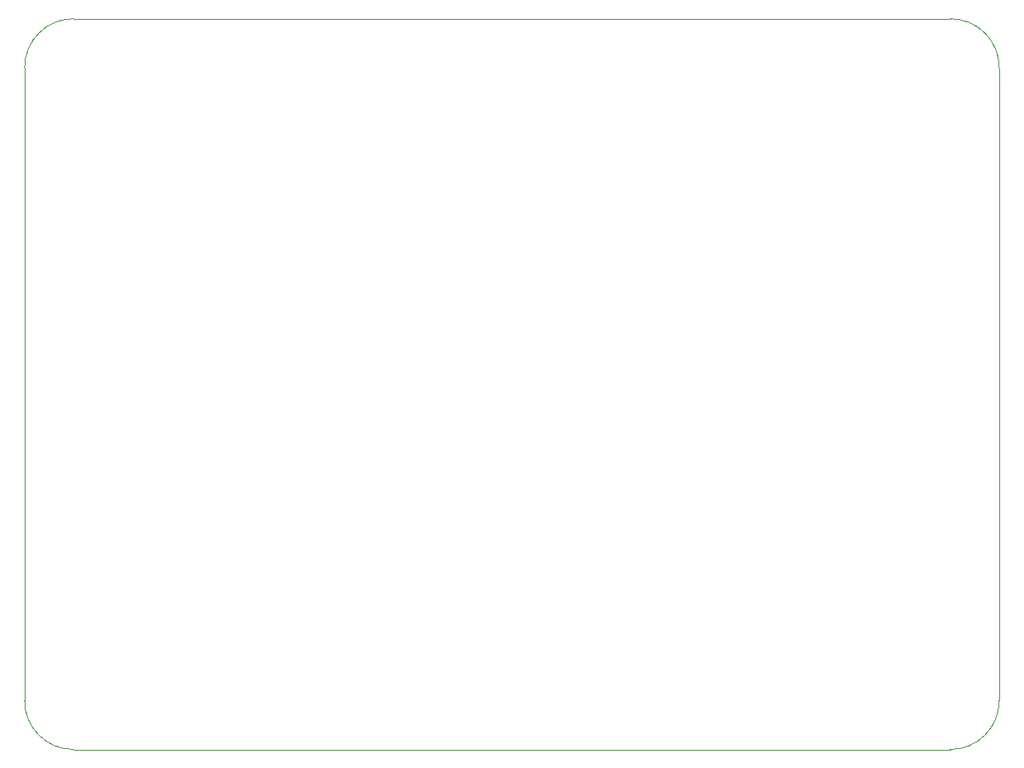
<source format=gm1>
G04 #@! TF.GenerationSoftware,KiCad,Pcbnew,5.1.10*
G04 #@! TF.CreationDate,2021-08-16T10:52:11+12:00*
G04 #@! TF.ProjectId,DClassAmplifier,44436c61-7373-4416-9d70-6c6966696572,rev?*
G04 #@! TF.SameCoordinates,Original*
G04 #@! TF.FileFunction,Profile,NP*
%FSLAX46Y46*%
G04 Gerber Fmt 4.6, Leading zero omitted, Abs format (unit mm)*
G04 Created by KiCad (PCBNEW 5.1.10) date 2021-08-16 10:52:11*
%MOMM*%
%LPD*%
G01*
G04 APERTURE LIST*
G04 #@! TA.AperFunction,Profile*
%ADD10C,0.050000*%
G04 #@! TD*
G04 APERTURE END LIST*
D10*
X195000000Y-127500000D02*
G75*
G02*
X190000000Y-132500000I-5000000J0D01*
G01*
X100000000Y-132500000D02*
G75*
G02*
X95000000Y-127500000I0J5000000D01*
G01*
X95000000Y-62500000D02*
G75*
G02*
X100000000Y-57500000I5000000J0D01*
G01*
X190000000Y-57500000D02*
G75*
G02*
X195000000Y-62500000I0J-5000000D01*
G01*
X95000000Y-127500000D02*
X95000000Y-62500000D01*
X190000000Y-132500000D02*
X100000000Y-132500000D01*
X195000000Y-62500000D02*
X195000000Y-127500000D01*
X100000000Y-57500000D02*
X190000000Y-57500000D01*
M02*

</source>
